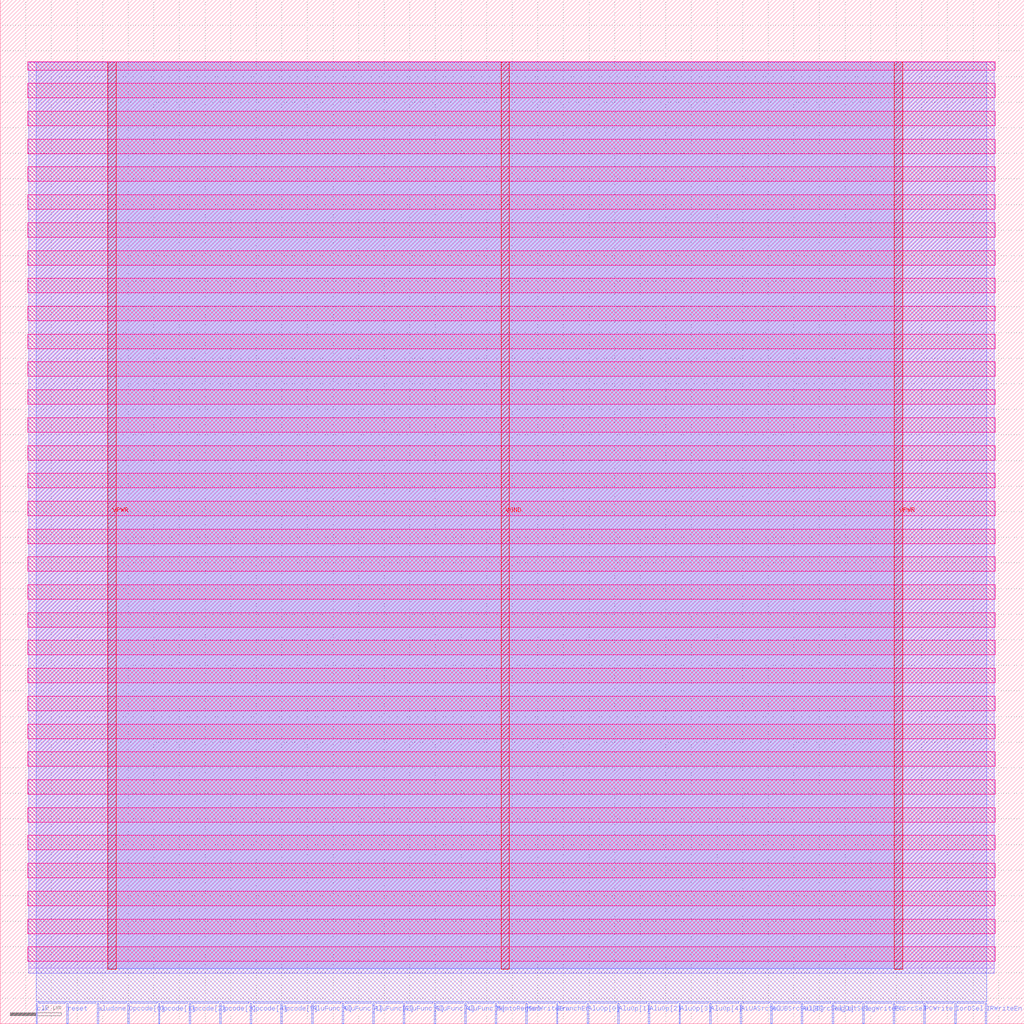
<source format=lef>
VERSION 5.7 ;
  NOWIREEXTENSIONATPIN ON ;
  DIVIDERCHAR "/" ;
  BUSBITCHARS "[]" ;
MACRO Control
  CLASS BLOCK ;
  FOREIGN Control ;
  ORIGIN 0.000 0.000 ;
  SIZE 200.000 BY 200.000 ;
  PIN ALUASrcSel
    DIRECTION OUTPUT TRISTATE ;
    USE SIGNAL ;
    ANTENNADIFFAREA 0.795200 ;
    PORT
      LAYER met2 ;
        RECT 144.530 0.000 144.810 4.000 ;
    END
  END ALUASrcSel
  PIN ALUBSrcSel[0]
    DIRECTION OUTPUT TRISTATE ;
    USE SIGNAL ;
    ANTENNADIFFAREA 0.795200 ;
    PORT
      LAYER met2 ;
        RECT 150.510 0.000 150.790 4.000 ;
    END
  END ALUBSrcSel[0]
  PIN ALUBSrcSel[1]
    DIRECTION OUTPUT TRISTATE ;
    USE SIGNAL ;
    ANTENNADIFFAREA 0.795200 ;
    PORT
      LAYER met2 ;
        RECT 156.490 0.000 156.770 4.000 ;
    END
  END ALUBSrcSel[1]
  PIN AluFunc[0]
    DIRECTION INPUT ;
    USE SIGNAL ;
    ANTENNAGATEAREA 0.196500 ;
    PORT
      LAYER met2 ;
        RECT 60.810 0.000 61.090 4.000 ;
    END
  END AluFunc[0]
  PIN AluFunc[1]
    DIRECTION INPUT ;
    USE SIGNAL ;
    ANTENNAGATEAREA 0.196500 ;
    PORT
      LAYER met2 ;
        RECT 66.790 0.000 67.070 4.000 ;
    END
  END AluFunc[1]
  PIN AluFunc[2]
    DIRECTION INPUT ;
    USE SIGNAL ;
    ANTENNAGATEAREA 0.196500 ;
    PORT
      LAYER met2 ;
        RECT 72.770 0.000 73.050 4.000 ;
    END
  END AluFunc[2]
  PIN AluFunc[3]
    DIRECTION INPUT ;
    USE SIGNAL ;
    ANTENNAGATEAREA 0.196500 ;
    PORT
      LAYER met2 ;
        RECT 78.750 0.000 79.030 4.000 ;
    END
  END AluFunc[3]
  PIN AluFunc[4]
    DIRECTION INPUT ;
    USE SIGNAL ;
    ANTENNAGATEAREA 0.196500 ;
    PORT
      LAYER met2 ;
        RECT 84.730 0.000 85.010 4.000 ;
    END
  END AluFunc[4]
  PIN AluFunc[5]
    DIRECTION INPUT ;
    USE SIGNAL ;
    PORT
      LAYER met2 ;
        RECT 90.710 0.000 90.990 4.000 ;
    END
  END AluFunc[5]
  PIN AluOp[0]
    DIRECTION OUTPUT TRISTATE ;
    USE SIGNAL ;
    ANTENNADIFFAREA 0.795200 ;
    PORT
      LAYER met2 ;
        RECT 114.630 0.000 114.910 4.000 ;
    END
  END AluOp[0]
  PIN AluOp[1]
    DIRECTION OUTPUT TRISTATE ;
    USE SIGNAL ;
    ANTENNADIFFAREA 0.795200 ;
    PORT
      LAYER met2 ;
        RECT 120.610 0.000 120.890 4.000 ;
    END
  END AluOp[1]
  PIN AluOp[2]
    DIRECTION OUTPUT TRISTATE ;
    USE SIGNAL ;
    ANTENNADIFFAREA 0.795200 ;
    PORT
      LAYER met2 ;
        RECT 126.590 0.000 126.870 4.000 ;
    END
  END AluOp[2]
  PIN AluOp[3]
    DIRECTION OUTPUT TRISTATE ;
    USE SIGNAL ;
    ANTENNADIFFAREA 0.795200 ;
    PORT
      LAYER met2 ;
        RECT 132.570 0.000 132.850 4.000 ;
    END
  END AluOp[3]
  PIN AluOp[4]
    DIRECTION OUTPUT TRISTATE ;
    USE SIGNAL ;
    ANTENNADIFFAREA 0.795200 ;
    PORT
      LAYER met2 ;
        RECT 138.550 0.000 138.830 4.000 ;
    END
  END AluOp[4]
  PIN BranchEn
    DIRECTION OUTPUT TRISTATE ;
    USE SIGNAL ;
    ANTENNADIFFAREA 0.795200 ;
    PORT
      LAYER met2 ;
        RECT 108.650 0.000 108.930 4.000 ;
    END
  END BranchEn
  PIN IRWriteEn
    DIRECTION OUTPUT TRISTATE ;
    USE SIGNAL ;
    ANTENNADIFFAREA 0.795200 ;
    PORT
      LAYER met2 ;
        RECT 192.370 0.000 192.650 4.000 ;
    END
  END IRWriteEn
  PIN IorDSel
    DIRECTION OUTPUT TRISTATE ;
    USE SIGNAL ;
    ANTENNADIFFAREA 0.795200 ;
    PORT
      LAYER met2 ;
        RECT 186.390 0.000 186.670 4.000 ;
    END
  END IorDSel
  PIN MemWriteEn
    DIRECTION OUTPUT TRISTATE ;
    USE SIGNAL ;
    ANTENNADIFFAREA 0.795200 ;
    PORT
      LAYER met2 ;
        RECT 102.670 0.000 102.950 4.000 ;
    END
  END MemWriteEn
  PIN MemtoRegSel
    DIRECTION OUTPUT TRISTATE ;
    USE SIGNAL ;
    ANTENNADIFFAREA 0.795200 ;
    PORT
      LAYER met2 ;
        RECT 96.690 0.000 96.970 4.000 ;
    END
  END MemtoRegSel
  PIN Opcode[0]
    DIRECTION INPUT ;
    USE SIGNAL ;
    ANTENNAGATEAREA 0.196500 ;
    PORT
      LAYER met2 ;
        RECT 24.930 0.000 25.210 4.000 ;
    END
  END Opcode[0]
  PIN Opcode[1]
    DIRECTION INPUT ;
    USE SIGNAL ;
    ANTENNAGATEAREA 0.196500 ;
    PORT
      LAYER met2 ;
        RECT 30.910 0.000 31.190 4.000 ;
    END
  END Opcode[1]
  PIN Opcode[2]
    DIRECTION INPUT ;
    USE SIGNAL ;
    ANTENNAGATEAREA 0.196500 ;
    PORT
      LAYER met2 ;
        RECT 36.890 0.000 37.170 4.000 ;
    END
  END Opcode[2]
  PIN Opcode[3]
    DIRECTION INPUT ;
    USE SIGNAL ;
    ANTENNAGATEAREA 0.196500 ;
    PORT
      LAYER met2 ;
        RECT 42.870 0.000 43.150 4.000 ;
    END
  END Opcode[3]
  PIN Opcode[4]
    DIRECTION INPUT ;
    USE SIGNAL ;
    ANTENNAGATEAREA 0.213000 ;
    PORT
      LAYER met2 ;
        RECT 48.850 0.000 49.130 4.000 ;
    END
  END Opcode[4]
  PIN Opcode[5]
    DIRECTION INPUT ;
    USE SIGNAL ;
    ANTENNAGATEAREA 0.196500 ;
    PORT
      LAYER met2 ;
        RECT 54.830 0.000 55.110 4.000 ;
    END
  END Opcode[5]
  PIN PCSrcSel
    DIRECTION OUTPUT TRISTATE ;
    USE SIGNAL ;
    ANTENNADIFFAREA 0.795200 ;
    PORT
      LAYER met2 ;
        RECT 174.430 0.000 174.710 4.000 ;
    END
  END PCSrcSel
  PIN PCWrite
    DIRECTION OUTPUT TRISTATE ;
    USE SIGNAL ;
    ANTENNADIFFAREA 0.795200 ;
    PORT
      LAYER met2 ;
        RECT 180.410 0.000 180.690 4.000 ;
    END
  END PCWrite
  PIN RegDstSel
    DIRECTION OUTPUT TRISTATE ;
    USE SIGNAL ;
    ANTENNADIFFAREA 0.795200 ;
    PORT
      LAYER met2 ;
        RECT 162.470 0.000 162.750 4.000 ;
    END
  END RegDstSel
  PIN RegWriteEn
    DIRECTION OUTPUT TRISTATE ;
    USE SIGNAL ;
    ANTENNADIFFAREA 0.795200 ;
    PORT
      LAYER met2 ;
        RECT 168.450 0.000 168.730 4.000 ;
    END
  END RegWriteEn
  PIN VGND
    DIRECTION INOUT ;
    USE GROUND ;
    PORT
      LAYER met4 ;
        RECT 97.840 10.640 99.440 187.920 ;
    END
  END VGND
  PIN VPWR
    DIRECTION INOUT ;
    USE POWER ;
    PORT
      LAYER met4 ;
        RECT 21.040 10.640 22.640 187.920 ;
    END
    PORT
      LAYER met4 ;
        RECT 174.640 10.640 176.240 187.920 ;
    END
  END VPWR
  PIN aludone
    DIRECTION INPUT ;
    USE SIGNAL ;
    ANTENNAGATEAREA 0.196500 ;
    PORT
      LAYER met2 ;
        RECT 18.950 0.000 19.230 4.000 ;
    END
  END aludone
  PIN clk
    DIRECTION INPUT ;
    USE SIGNAL ;
    ANTENNAGATEAREA 0.852000 ;
    PORT
      LAYER met2 ;
        RECT 6.990 0.000 7.270 4.000 ;
    END
  END clk
  PIN reset
    DIRECTION INPUT ;
    USE SIGNAL ;
    ANTENNAGATEAREA 0.213000 ;
    PORT
      LAYER met2 ;
        RECT 12.970 0.000 13.250 4.000 ;
    END
  END reset
  OBS
      LAYER nwell ;
        RECT 5.330 186.265 194.310 187.870 ;
        RECT 5.330 180.825 194.310 183.655 ;
        RECT 5.330 175.385 194.310 178.215 ;
        RECT 5.330 169.945 194.310 172.775 ;
        RECT 5.330 164.505 194.310 167.335 ;
        RECT 5.330 159.065 194.310 161.895 ;
        RECT 5.330 153.625 194.310 156.455 ;
        RECT 5.330 148.185 194.310 151.015 ;
        RECT 5.330 142.745 194.310 145.575 ;
        RECT 5.330 137.305 194.310 140.135 ;
        RECT 5.330 131.865 194.310 134.695 ;
        RECT 5.330 126.425 194.310 129.255 ;
        RECT 5.330 120.985 194.310 123.815 ;
        RECT 5.330 115.545 194.310 118.375 ;
        RECT 5.330 110.105 194.310 112.935 ;
        RECT 5.330 104.665 194.310 107.495 ;
        RECT 5.330 99.225 194.310 102.055 ;
        RECT 5.330 93.785 194.310 96.615 ;
        RECT 5.330 88.345 194.310 91.175 ;
        RECT 5.330 82.905 194.310 85.735 ;
        RECT 5.330 77.465 194.310 80.295 ;
        RECT 5.330 72.025 194.310 74.855 ;
        RECT 5.330 66.585 194.310 69.415 ;
        RECT 5.330 61.145 194.310 63.975 ;
        RECT 5.330 55.705 194.310 58.535 ;
        RECT 5.330 50.265 194.310 53.095 ;
        RECT 5.330 44.825 194.310 47.655 ;
        RECT 5.330 39.385 194.310 42.215 ;
        RECT 5.330 33.945 194.310 36.775 ;
        RECT 5.330 28.505 194.310 31.335 ;
        RECT 5.330 23.065 194.310 25.895 ;
        RECT 5.330 17.625 194.310 20.455 ;
        RECT 5.330 12.185 194.310 15.015 ;
      LAYER li1 ;
        RECT 5.520 10.795 194.120 187.765 ;
      LAYER met1 ;
        RECT 5.520 9.900 194.120 187.920 ;
      LAYER met2 ;
        RECT 7.000 4.280 192.640 187.865 ;
        RECT 7.550 4.000 12.690 4.280 ;
        RECT 13.530 4.000 18.670 4.280 ;
        RECT 19.510 4.000 24.650 4.280 ;
        RECT 25.490 4.000 30.630 4.280 ;
        RECT 31.470 4.000 36.610 4.280 ;
        RECT 37.450 4.000 42.590 4.280 ;
        RECT 43.430 4.000 48.570 4.280 ;
        RECT 49.410 4.000 54.550 4.280 ;
        RECT 55.390 4.000 60.530 4.280 ;
        RECT 61.370 4.000 66.510 4.280 ;
        RECT 67.350 4.000 72.490 4.280 ;
        RECT 73.330 4.000 78.470 4.280 ;
        RECT 79.310 4.000 84.450 4.280 ;
        RECT 85.290 4.000 90.430 4.280 ;
        RECT 91.270 4.000 96.410 4.280 ;
        RECT 97.250 4.000 102.390 4.280 ;
        RECT 103.230 4.000 108.370 4.280 ;
        RECT 109.210 4.000 114.350 4.280 ;
        RECT 115.190 4.000 120.330 4.280 ;
        RECT 121.170 4.000 126.310 4.280 ;
        RECT 127.150 4.000 132.290 4.280 ;
        RECT 133.130 4.000 138.270 4.280 ;
        RECT 139.110 4.000 144.250 4.280 ;
        RECT 145.090 4.000 150.230 4.280 ;
        RECT 151.070 4.000 156.210 4.280 ;
        RECT 157.050 4.000 162.190 4.280 ;
        RECT 163.030 4.000 168.170 4.280 ;
        RECT 169.010 4.000 174.150 4.280 ;
        RECT 174.990 4.000 180.130 4.280 ;
        RECT 180.970 4.000 186.110 4.280 ;
        RECT 186.950 4.000 192.090 4.280 ;
      LAYER met3 ;
        RECT 21.050 10.715 176.230 187.845 ;
  END
END Control
END LIBRARY


</source>
